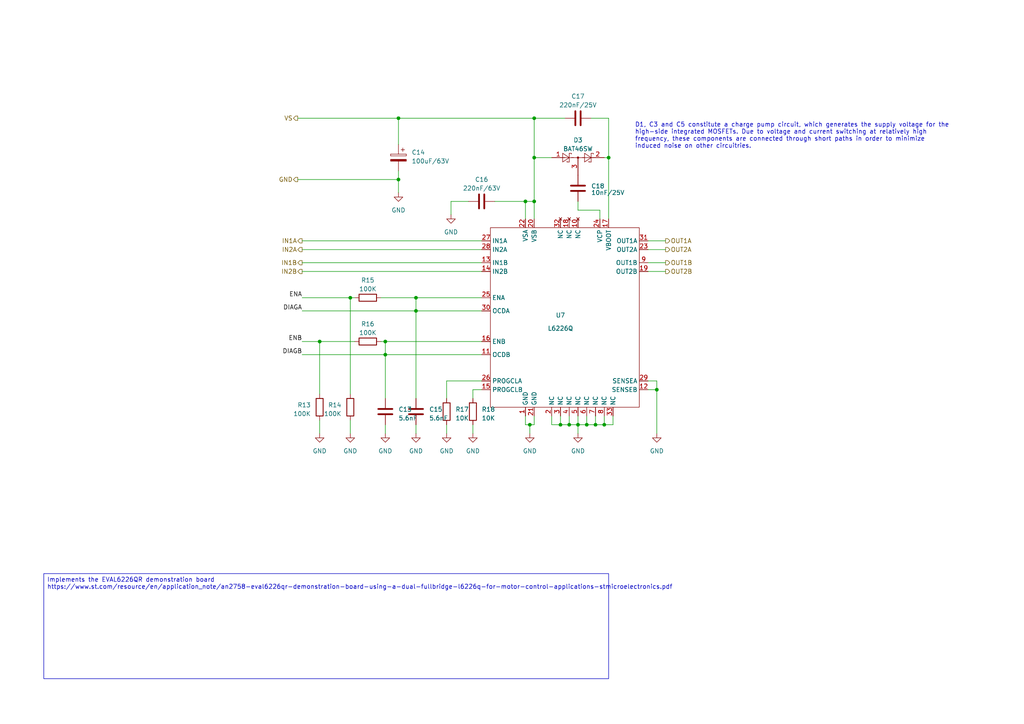
<source format=kicad_sch>
(kicad_sch (version 20231120) (generator "eeschema") (generator_version "8.0")
  (paper "A4")
  (lib_symbols
    (symbol "Device:C" (pin_numbers hide) (pin_names (offset 0.254))
      (property "Reference" "C" (at 0.635 2.54 0))
      (property "Value" "C" (at 0.635 -2.54 0))
      (symbol "C_0_1"
        (polyline (pts (xy -2.032 -0.762) (xy 2.032 -0.762)) (stroke (width 0.508)))
        (polyline (pts (xy -2.032 0.762) (xy 2.032 0.762)) (stroke (width 0.508)))
      )
      (symbol "C_1_1"
        (pin passive line (at 0 3.81 270) (length 2.794) (name "~") (number "1"))
        (pin passive line (at 0 -3.81 90) (length 2.794) (name "~") (number "2"))
      )
    )
    (symbol "Device:C_Polarized" (pin_numbers hide) (pin_names (offset 0.254))
      (property "Reference" "C" (at 0.635 2.54 0))
      (property "Value" "C_Polarized" (at 0.635 -2.54 0))
      (symbol "C_Polarized_0_1"
        (rectangle (start -2.286 0.508) (end 2.286 1.016))
        (polyline (pts (xy -1.778 2.286) (xy -0.762 2.286)))
        (polyline (pts (xy -1.27 2.794) (xy -1.27 1.778)))
        (rectangle (start 2.286 -0.508) (end -2.286 -1.016) (fill (type outline)))
      )
      (symbol "C_Polarized_1_1"
        (pin passive line (at 0 3.81 270) (length 2.794) (name "~") (number "1"))
        (pin passive line (at 0 -3.81 90) (length 2.794) (name "~") (number "2"))
      )
    )
    (symbol "Device:R" (pin_numbers hide) (pin_names (offset 0))
      (property "Reference" "R" (at 2.032 0 90))
      (property "Value" "R" (at 0 0 90))
      (symbol "R_0_1"
        (rectangle (start -1.016 -2.54) (end 1.016 2.54) (stroke (width 0.254)))
      )
      (symbol "R_1_1"
        (pin passive line (at 0 3.81 270) (length 1.27) (name "~") (number "1"))
        (pin passive line (at 0 -3.81 90) (length 1.27) (name "~") (number "2"))
      )
    )
    (symbol "Diode:BAS40-04" (pin_names (offset 1.016))
      (property "Reference" "D" (at 0.635 -1.27 0))
      (property "Value" "BAS40-04" (at -6.35 5.715 0))
      (symbol "BAS40-04_0_1"
        (polyline (pts (xy -3.81 2.54) (xy -1.27 2.54)))
        (polyline (pts (xy -3.175 1.27) (xy -3.175 1.524)))
        (polyline (pts (xy -2.54 1.27) (xy -3.175 1.27)))
        (polyline (pts (xy -2.54 1.27) (xy -2.54 3.81)))
        (polyline (pts (xy -2.54 3.81) (xy -1.905 3.81)))
        (polyline (pts (xy -1.905 2.54) (xy 1.905 2.54)))
        (polyline (pts (xy -1.905 3.81) (xy -1.905 3.556)))
        (polyline (pts (xy 1.27 2.54) (xy 3.81 2.54)))
        (polyline (pts (xy 3.175 1.27) (xy 3.175 1.524)))
        (polyline (pts (xy 3.81 1.27) (xy 3.175 1.27)))
        (polyline (pts (xy 3.81 1.27) (xy 3.81 3.81)))
        (polyline (pts (xy 3.81 3.81) (xy 4.445 3.81)))
        (polyline (pts (xy 4.445 3.81) (xy 4.445 3.556)))
        (polyline (pts (xy -4.445 3.81) (xy -4.445 1.27) (xy -2.54 2.54) (xy -4.445 3.81)))
        (polyline (pts (xy 1.905 3.81) (xy 1.905 1.27) (xy 3.81 2.54) (xy 1.905 3.81)))
        (circle (center 0 2.54) (radius 0.254) (fill (type outline)))
      )
      (symbol "BAS40-04_1_1"
        (pin passive line (at -7.62 2.54 0) (length 3.81) (name "~") (number "1"))
        (pin passive line (at 7.62 2.54 180) (length 3.81) (name "~") (number "2"))
        (pin passive line (at 0 -2.54 90) (length 5.08) (name "~") (number "3"))
      )
    )
    (symbol "L6226:L6226QTR"
      (property "Reference" "U" (at 0 1.27 0))
      (property "Value" "L6226Q" (at 0 -1.27 0))
      (symbol "L6226QTR_0_0"
        (pin power_in line (at -10.16 -27.94 90) (length 2.54) (name "GND") (number "1"))
        (pin no_connect line (at 5.08 29.21 270) (length 2.54) (name "NC") (number "10"))
        (pin output line (at -22.86 -10.16 0) (length 2.54) (name "OCDB") (number "11"))
        (pin input line (at 25.4 -20.32 180) (length 2.54) (name "SENSEB") (number "12"))
        (pin input line (at -22.86 16.51 0) (length 2.54) (name "IN1B") (number "13"))
        (pin input line (at -22.86 13.97 0) (length 2.54) (name "IN2B") (number "14"))
        (pin input line (at -22.86 -20.32 0) (length 2.54) (name "PROGCLB") (number "15"))
        (pin input line (at -22.86 -6.35 0) (length 2.54) (name "ENB") (number "16"))
        (pin power_out line (at 13.97 29.21 270) (length 2.54) (name "VBOOT") (number "17"))
        (pin no_connect line (at 2.54 29.21 270) (length 2.54) (name "NC") (number "18"))
        (pin power_out line (at 25.4 13.97 180) (length 2.54) (name "OUT2B") (number "19"))
        (pin passive line (at -2.54 -27.94 90) (length 2.54) (name "NC") (number "2"))
        (pin power_in line (at -7.62 29.21 270) (length 2.54) (name "VSB") (number "20"))
        (pin power_in line (at -7.62 -27.94 90) (length 2.54) (name "GND") (number "21"))
        (pin power_in line (at -10.16 29.21 270) (length 2.54) (name "VSA") (number "22"))
        (pin power_out line (at 25.4 20.32 180) (length 2.54) (name "OUT2A") (number "23"))
        (pin power_out line (at 11.43 29.21 270) (length 2.54) (name "VCP") (number "24"))
        (pin input line (at -22.86 6.35 0) (length 2.54) (name "ENA") (number "25"))
        (pin input line (at -22.86 -17.78 0) (length 2.54) (name "PROGCLA") (number "26"))
        (pin input line (at -22.86 22.86 0) (length 2.54) (name "IN1A") (number "27"))
        (pin input line (at -22.86 20.32 0) (length 2.54) (name "IN2A") (number "28"))
        (pin input line (at 25.4 -17.78 180) (length 2.54) (name "SENSEA") (number "29"))
        (pin passive line (at 0 -27.94 90) (length 2.54) (name "NC") (number "3"))
        (pin output line (at -22.86 2.54 0) (length 2.54) (name "OCDA") (number "30"))
        (pin power_out line (at 25.4 22.86 180) (length 2.54) (name "OUT1A") (number "31"))
        (pin no_connect line (at 0 29.21 270) (length 2.54) (name "NC") (number "32"))
        (pin passive line (at 15.24 -27.94 90) (length 2.54) (name "NC") (number "33"))
        (pin passive line (at 2.54 -27.94 90) (length 2.54) (name "NC") (number "4"))
        (pin passive line (at 5.08 -27.94 90) (length 2.54) (name "NC") (number "5"))
        (pin passive line (at 7.62 -27.94 90) (length 2.54) (name "NC") (number "6"))
        (pin passive line (at 10.16 -27.94 90) (length 2.54) (name "NC") (number "7"))
        (pin passive line (at 12.7 -27.94 90) (length 2.54) (name "NC") (number "8"))
        (pin power_out line (at 25.4 16.51 180) (length 2.54) (name "OUT1B") (number "9"))
      )
      (symbol "L6226QTR_0_1"
        (rectangle (start -20.32 26.67) (end 22.86 -25.4))
      )
    )
    (symbol "power:GND" (power) (pin_names (offset 0))
      (property "Value" "GND" (at 0 -3.81 0))
      (symbol "GND_0_1"
        (polyline (pts (xy 0 0) (xy 0 -1.27) (xy 1.27 -1.27) (xy 0 -2.54) (xy -1.27 -1.27) (xy 0 -1.27)))
      )
      (symbol "GND_1_1"
        (pin power_in line (at 0 0 270) (length 0) hide (name "GND") (number "1"))
      )
    )
  )
  (junction (at 154.94 58.42))
  (junction (at 154.94 45.72))
  (junction (at 170.18 123.19))
  (junction (at 165.1 123.19))
  (junction (at 153.67 123.19))
  (junction (at 120.65 86.36))
  (junction (at 115.57 34.29))
  (junction (at 154.94 34.29))
  (junction (at 162.56 123.19))
  (junction (at 175.26 123.19))
  (junction (at 152.4 58.42))
  (junction (at 111.76 102.87))
  (junction (at 167.64 123.19))
  (junction (at 111.76 99.06))
  (junction (at 92.71 99.06))
  (junction (at 176.53 45.72))
  (junction (at 115.57 52.07))
  (junction (at 172.72 123.19))
  (junction (at 190.5 113.03))
  (junction (at 120.65 90.17))
  (junction (at 101.6 86.36))
  (wire (pts (xy 160.02 45.72) (xy 154.94 45.72)))
  (wire (pts (xy 152.4 58.42) (xy 154.94 58.42)))
  (wire (pts (xy 115.57 52.07) (xy 115.57 55.88)))
  (wire (pts (xy 171.45 34.29) (xy 176.53 34.29)))
  (wire (pts (xy 120.65 90.17) (xy 120.65 115.57)))
  (wire (pts (xy 170.18 123.19) (xy 167.64 123.19)))
  (wire (pts (xy 173.99 60.96) (xy 173.99 63.5)))
  (wire (pts (xy 115.57 34.29) (xy 154.94 34.29)))
  (wire (pts (xy 165.1 123.19) (xy 167.64 123.19)))
  (wire (pts (xy 87.63 78.74) (xy 139.7 78.74)))
  (wire (pts (xy 111.76 99.06) (xy 139.7 99.06)))
  (wire (pts (xy 177.8 123.19) (xy 175.26 123.19)))
  (wire (pts (xy 111.76 99.06) (xy 111.76 102.87)))
  (wire (pts (xy 167.64 58.42) (xy 167.64 60.96)))
  (wire (pts (xy 154.94 58.42) (xy 154.94 63.5)))
  (wire (pts (xy 110.49 86.36) (xy 120.65 86.36)))
  (wire (pts (xy 129.54 110.49) (xy 129.54 115.57)))
  (wire (pts (xy 187.96 110.49) (xy 190.5 110.49)))
  (wire (pts (xy 176.53 45.72) (xy 175.26 45.72)))
  (wire (pts (xy 120.65 86.36) (xy 139.7 86.36)))
  (wire (pts (xy 176.53 34.29) (xy 176.53 45.72)))
  (wire (pts (xy 129.54 123.19) (xy 129.54 125.73)))
  (wire (pts (xy 130.81 62.23) (xy 130.81 58.42)))
  (wire (pts (xy 172.72 123.19) (xy 170.18 123.19)))
  (wire (pts (xy 120.65 123.19) (xy 120.65 125.73)))
  (wire (pts (xy 120.65 90.17) (xy 139.7 90.17)))
  (wire (pts (xy 111.76 99.06) (xy 110.49 99.06)))
  (wire (pts (xy 172.72 120.65) (xy 172.72 123.19)))
  (wire (pts (xy 175.26 123.19) (xy 172.72 123.19)))
  (wire (pts (xy 86.36 52.07) (xy 115.57 52.07)))
  (wire (pts (xy 87.63 72.39) (xy 139.7 72.39)))
  (wire (pts (xy 87.63 102.87) (xy 111.76 102.87)))
  (wire (pts (xy 167.64 60.96) (xy 173.99 60.96)))
  (wire (pts (xy 167.64 120.65) (xy 167.64 123.19)))
  (wire (pts (xy 137.16 115.57) (xy 137.16 113.03)))
  (wire (pts (xy 162.56 123.19) (xy 165.1 123.19)))
  (wire (pts (xy 111.76 123.19) (xy 111.76 125.73)))
  (wire (pts (xy 190.5 110.49) (xy 190.5 113.03)))
  (wire (pts (xy 137.16 113.03) (xy 139.7 113.03)))
  (wire (pts (xy 154.94 34.29) (xy 163.83 34.29)))
  (wire (pts (xy 92.71 99.06) (xy 102.87 99.06)))
  (wire (pts (xy 160.02 123.19) (xy 162.56 123.19)))
  (wire (pts (xy 87.63 69.85) (xy 139.7 69.85)))
  (wire (pts (xy 175.26 120.65) (xy 175.26 123.19)))
  (wire (pts (xy 139.7 110.49) (xy 129.54 110.49)))
  (wire (pts (xy 154.94 34.29) (xy 154.94 45.72)))
  (wire (pts (xy 87.63 99.06) (xy 92.71 99.06)))
  (wire (pts (xy 154.94 45.72) (xy 154.94 58.42)))
  (wire (pts (xy 86.36 34.29) (xy 115.57 34.29)))
  (wire (pts (xy 115.57 34.29) (xy 115.57 41.91)))
  (wire (pts (xy 137.16 123.19) (xy 137.16 125.73)))
  (wire (pts (xy 187.96 113.03) (xy 190.5 113.03)))
  (wire (pts (xy 165.1 120.65) (xy 165.1 123.19)))
  (wire (pts (xy 130.81 58.42) (xy 135.89 58.42)))
  (wire (pts (xy 187.96 69.85) (xy 193.04 69.85)))
  (wire (pts (xy 111.76 102.87) (xy 139.7 102.87)))
  (wire (pts (xy 101.6 86.36) (xy 101.6 114.3)))
  (wire (pts (xy 152.4 58.42) (xy 152.4 63.5)))
  (wire (pts (xy 115.57 49.53) (xy 115.57 52.07)))
  (wire (pts (xy 101.6 86.36) (xy 102.87 86.36)))
  (wire (pts (xy 176.53 45.72) (xy 176.53 63.5)))
  (wire (pts (xy 87.63 90.17) (xy 120.65 90.17)))
  (wire (pts (xy 154.94 120.65) (xy 154.94 123.19)))
  (wire (pts (xy 87.63 76.2) (xy 139.7 76.2)))
  (wire (pts (xy 153.67 123.19) (xy 153.67 125.73)))
  (wire (pts (xy 92.71 99.06) (xy 92.71 114.3)))
  (wire (pts (xy 167.64 123.19) (xy 167.64 125.73)))
  (wire (pts (xy 160.02 120.65) (xy 160.02 123.19)))
  (wire (pts (xy 152.4 120.65) (xy 152.4 123.19)))
  (wire (pts (xy 143.51 58.42) (xy 152.4 58.42)))
  (wire (pts (xy 190.5 113.03) (xy 190.5 125.73)))
  (wire (pts (xy 120.65 86.36) (xy 120.65 90.17)))
  (wire (pts (xy 111.76 102.87) (xy 111.76 115.57)))
  (wire (pts (xy 87.63 86.36) (xy 101.6 86.36)))
  (wire (pts (xy 101.6 121.92) (xy 101.6 125.73)))
  (wire (pts (xy 92.71 121.92) (xy 92.71 125.73)))
  (wire (pts (xy 154.94 123.19) (xy 153.67 123.19)))
  (wire (pts (xy 187.96 76.2) (xy 193.04 76.2)))
  (wire (pts (xy 187.96 78.74) (xy 193.04 78.74)))
  (wire (pts (xy 187.96 72.39) (xy 193.04 72.39)))
  (wire (pts (xy 162.56 120.65) (xy 162.56 123.19)))
  (wire (pts (xy 177.8 120.65) (xy 177.8 123.19)))
  (wire (pts (xy 152.4 123.19) (xy 153.67 123.19)))
  (wire (pts (xy 170.18 120.65) (xy 170.18 123.19)))
  (text_box "Implements the EVAL6226QR demonstration board\nhttps://www.st.com/resource/en/application_note/an2758-eval6226qr-demonstration-board-using-a-dual-fullbridge-l6226q-for-motor-control-applications-stmicroelectronics.pdf" (at 12.7 166.37 0) (size 163.83 30.48) (effects (font (size 1.27 1.27)) (justify left top)))
  (text "D1, C3 and C5 constitute a charge pump circuit, which generates the supply voltage for the\nhigh-side integrated MOSFETs. Due to voltage and current switching at relatively high\nfrequency, these components are connected through short paths in order to minimize\ninduced noise on other circuitries." (at 184.15 43.18 0) (effects (font (size 1.27 1.27)) (justify left bottom)))
  (label "DIAGA" (at 87.63 90.17 180))
  (label "DIAGB" (at 87.63 102.87 180))
  (label "ENA" (at 87.63 86.36 180))
  (label "ENB" (at 87.63 99.06 180))
  (hierarchical_label "IN2A" (shape output) (at 87.63 72.39 180))
  (hierarchical_label "OUT2A" (shape output) (at 193.04 72.39 0))
  (hierarchical_label "VS" (shape output) (at 86.36 34.29 180))
  (hierarchical_label "GND" (shape output) (at 86.36 52.07 180))
  (hierarchical_label "IN2B" (shape output) (at 87.63 78.74 180))
  (hierarchical_label "OUT2B" (shape output) (at 193.04 78.74 0))
  (hierarchical_label "IN1A" (shape output) (at 87.63 69.85 180))
  (hierarchical_label "OUT1A" (shape output) (at 193.04 69.85 0))
  (hierarchical_label "OUT1B" (shape output) (at 193.04 76.2 0))
  (hierarchical_label "IN1B" (shape output) (at 87.63 76.2 180))
  (symbol (lib_id "Device:C") (at 120.65 119.38 0) (unit 1)
    (property "Reference" "C15" (at 124.46 118.745 0) (effects (justify left)))
    (property "Value" "5.6nF" (at 124.46 121.285 0) (effects (justify left)))
    (property "Footprint" "Capacitor_SMD:C_0805_2012Metric" (effects (hide yes)))
    (instances (project "SmartishFairy" (path "" (reference "C15") (unit 1)) (path "" (reference "C9") (unit 1)) (path "" (reference "C1") (unit 1))))
  )
  (symbol (lib_id "Device:C_Polarized") (at 115.57 45.72 0) (mirror y) (unit 1)
    (property "Reference" "C14" (at 119.38 44.196 0) (effects (justify right)))
    (property "Value" "100uF/63V" (at 119.38 46.736 0) (effects (justify right)))
    (property "Footprint" "Capacitor_SMD:CP_Elec_5x4.4" (effects (hide yes)))
    (instances (project "SmartishFairy" (path "" (reference "C14") (unit 1)) (path "" (reference "C8") (unit 1)) (path "" (reference "C4") (unit 1))))
  )
  (symbol (lib_id "power:GND") (at 167.64 125.73 0) (unit 1)
    (property "Reference" "#PWR035" (effects (hide yes)))
    (property "Value" "GND" (at 167.64 130.81 0))
    (instances (project "SmartishFairy" (path "" (reference "#PWR035") (unit 1)) (path "" (reference "#PWR023") (unit 1)) (path "" (reference "#PWR04") (unit 1))))
  )
  (symbol (lib_id "Device:R") (at 101.6 118.11 0) (mirror y) (unit 1)
    (property "Reference" "R14" (at 99.06 117.475 0) (effects (justify left)))
    (property "Value" "100K" (at 99.06 120.015 0) (effects (justify left)))
    (property "Footprint" "Resistor_SMD:R_0805_2012Metric" (effects (hide yes)))
    (instances (project "SmartishFairy" (path "" (reference "R14") (unit 1)) (path "" (reference "R8") (unit 1)) (path "" (reference "R4") (unit 1))))
  )
  (symbol (lib_id "L6226:L6226QTR") (at 162.56 92.71 0) (unit 1)
    (property "Reference" "U7" (at 162.56 91.44 0))
    (property "Value" "L6226Q" (at 162.56 95.25 0))
    (property "Footprint" "Package_DFN_QFN:QFN-32-1EP_5x5mm_P0.5mm_EP3.1x3.1mm" (effects (hide yes)))
    (property "Datasheet" "https://www.st.com/resource/en/datasheet/l6226q.pdf" (effects (hide yes)))
    (instances (project "SmartishFairy" (path "" (reference "U7") (unit 1)) (path "" (reference "U6") (unit 1)) (path "" (reference "U5") (unit 1))))
  )
  (symbol (lib_id "power:GND") (at 190.5 125.73 0) (unit 1)
    (property "Reference" "#PWR036" (effects (hide yes)))
    (property "Value" "GND" (at 190.5 130.81 0))
    (instances (project "SmartishFairy" (path "" (reference "#PWR036") (unit 1)) (path "" (reference "#PWR024") (unit 1)) (path "" (reference "#PWR016") (unit 1))))
  )
  (symbol (lib_id "power:GND") (at 101.6 125.73 0) (unit 1)
    (property "Reference" "#PWR026" (effects (hide yes)))
    (property "Value" "GND" (at 101.6 130.81 0))
    (instances (project "SmartishFairy" (path "" (reference "#PWR026") (unit 1)) (path "" (reference "#PWR013") (unit 1)) (path "" (reference "#PWR08") (unit 1))))
  )
  (symbol (lib_id "Device:C") (at 167.64 54.61 0) (unit 1)
    (property "Reference" "C18" (at 171.45 53.975 0) (effects (justify left)))
    (property "Value" "10nF/25V" (at 171.45 55.88 0) (effects (justify left)))
    (property "Footprint" "Capacitor_SMD:C_0805_2012Metric" (effects (hide yes)))
    (instances (project "SmartishFairy" (path "" (reference "C18") (unit 1)) (path "" (reference "C12") (unit 1)) (path "" (reference "C3") (unit 1))))
  )
  (symbol (lib_id "power:GND") (at 92.71 125.73 0) (unit 1)
    (property "Reference" "#PWR025" (effects (hide yes)))
    (property "Value" "GND" (at 92.71 130.81 0))
    (instances (project "SmartishFairy" (path "" (reference "#PWR025") (unit 1)) (path "" (reference "#PWR012") (unit 1)) (path "" (reference "#PWR09") (unit 1))))
  )
  (symbol (lib_id "power:GND") (at 153.67 125.73 0) (unit 1)
    (property "Reference" "#PWR034" (effects (hide yes)))
    (property "Value" "GND" (at 153.67 130.81 0))
    (instances (project "SmartishFairy" (path "" (reference "#PWR034") (unit 1)) (path "" (reference "#PWR022") (unit 1)) (path "" (reference "#PWR07") (unit 1))))
  )
  (symbol (lib_id "Device:R") (at 106.68 99.06 270) (unit 1)
    (property "Reference" "R16" (at 106.68 93.98 90))
    (property "Value" "100K" (at 106.68 96.52 90))
    (property "Footprint" "Resistor_SMD:R_0805_2012Metric" (effects (hide yes)))
    (instances (project "SmartishFairy" (path "" (reference "R16") (unit 1)) (path "" (reference "R10") (unit 1)) (path "" (reference "R6") (unit 1))))
  )
  (symbol (lib_id "power:GND") (at 130.81 62.23 0) (unit 1)
    (property "Reference" "#PWR032" (effects (hide yes)))
    (property "Value" "GND" (at 130.81 67.31 0))
    (instances (project "SmartishFairy" (path "" (reference "#PWR032") (unit 1)) (path "" (reference "#PWR020") (unit 1)) (path "" (reference "#PWR011") (unit 1))))
  )
  (symbol (lib_id "power:GND") (at 137.16 125.73 0) (unit 1)
    (property "Reference" "#PWR033" (effects (hide yes)))
    (property "Value" "GND" (at 137.16 130.81 0))
    (instances (project "SmartishFairy" (path "" (reference "#PWR033") (unit 1)) (path "" (reference "#PWR021") (unit 1)) (path "" (reference "#PWR02") (unit 1))))
  )
  (symbol (lib_id "Diode:BAS40-04") (at 167.64 48.26 0) (unit 1)
    (property "Reference" "D3" (at 167.64 40.64 0))
    (property "Value" "BAT46SW" (at 167.64 43.18 0))
    (property "Footprint" "Package_TO_SOT_SMD:SOT-23" (effects (hide yes)))
    (property "Datasheet" "http://www.vishay.com/docs/85701/bas40v.pdf" (effects (hide yes)))
    (instances (project "SmartishFairy" (path "" (reference "D3") (unit 1)) (path "" (reference "D2") (unit 1)) (path "" (reference "D1") (unit 1))))
  )
  (symbol (lib_id "power:GND") (at 129.54 125.73 0) (unit 1)
    (property "Reference" "#PWR031" (effects (hide yes)))
    (property "Value" "GND" (at 129.54 130.81 0))
    (instances (project "SmartishFairy" (path "" (reference "#PWR031") (unit 1)) (path "" (reference "#PWR019") (unit 1)) (path "" (reference "#PWR03") (unit 1))))
  )
  (symbol (lib_id "Device:R") (at 137.16 119.38 180) (unit 1)
    (property "Reference" "R18" (at 139.7 118.745 0) (effects (justify right)))
    (property "Value" "10K" (at 139.7 121.285 0) (effects (justify right)))
    (property "Footprint" "Resistor_SMD:R_0805_2012Metric" (effects (hide yes)))
    (instances (project "SmartishFairy" (path "" (reference "R18") (unit 1)) (path "" (reference "R12") (unit 1)) (path "" (reference "R2") (unit 1))))
  )
  (symbol (lib_id "power:GND") (at 115.57 55.88 0) (mirror y) (unit 1)
    (property "Reference" "#PWR029" (effects (hide yes)))
    (property "Value" "GND" (at 115.57 60.96 0))
    (instances (project "SmartishFairy" (path "" (reference "#PWR029") (unit 1)) (path "" (reference "#PWR017") (unit 1)) (path "" (reference "#PWR010") (unit 1))))
  )
  (symbol (lib_id "Device:C") (at 139.7 58.42 90) (unit 1)
    (property "Reference" "C16" (at 139.7 52.07 90))
    (property "Value" "220nF/63V" (at 139.7 54.61 90))
    (property "Footprint" "Capacitor_SMD:C_0805_2012Metric" (effects (hide yes)))
    (instances (project "SmartishFairy" (path "" (reference "C16") (unit 1)) (path "" (reference "C10") (unit 1)) (path "" (reference "C6") (unit 1))))
  )
  (symbol (lib_id "power:GND") (at 120.65 125.73 0) (unit 1)
    (property "Reference" "#PWR030" (effects (hide yes)))
    (property "Value" "GND" (at 120.65 130.81 0))
    (instances (project "SmartishFairy" (path "" (reference "#PWR030") (unit 1)) (path "" (reference "#PWR018") (unit 1)) (path "" (reference "#PWR05") (unit 1))))
  )
  (symbol (lib_id "Device:R") (at 92.71 118.11 0) (mirror y) (unit 1)
    (property "Reference" "R13" (at 90.17 117.475 0) (effects (justify left)))
    (property "Value" "100K" (at 90.17 120.015 0) (effects (justify left)))
    (property "Footprint" "Resistor_SMD:R_0805_2012Metric" (effects (hide yes)))
    (instances (project "SmartishFairy" (path "" (reference "R13") (unit 1)) (path "" (reference "R7") (unit 1)) (path "" (reference "R5") (unit 1))))
  )
  (symbol (lib_id "Device:R") (at 106.68 86.36 270) (unit 1)
    (property "Reference" "R15" (at 106.68 81.28 90))
    (property "Value" "100K" (at 106.68 83.82 90))
    (property "Footprint" "Resistor_SMD:R_0805_2012Metric" (effects (hide yes)))
    (instances (project "SmartishFairy" (path "" (reference "R15") (unit 1)) (path "" (reference "R9") (unit 1)) (path "" (reference "R1") (unit 1))))
  )
  (symbol (lib_id "Device:R") (at 129.54 119.38 180) (unit 1)
    (property "Reference" "R17" (at 132.08 118.745 0) (effects (justify right)))
    (property "Value" "10K" (at 132.08 121.285 0) (effects (justify right)))
    (property "Footprint" "Resistor_SMD:R_0805_2012Metric" (effects (hide yes)))
    (instances (project "SmartishFairy" (path "" (reference "R17") (unit 1)) (path "" (reference "R11") (unit 1)) (path "" (reference "R3") (unit 1))))
  )
  (symbol (lib_id "power:GND") (at 111.76 125.73 0) (unit 1)
    (property "Reference" "#PWR028" (effects (hide yes)))
    (property "Value" "GND" (at 111.76 130.81 0))
    (instances (project "SmartishFairy" (path "" (reference "#PWR028") (unit 1)) (path "" (reference "#PWR015") (unit 1)) (path "" (reference "#PWR06") (unit 1))))
  )
  (symbol (lib_id "Device:C") (at 167.64 34.29 90) (unit 1)
    (property "Reference" "C17" (at 167.64 27.94 90))
    (property "Value" "220nF/25V" (at 167.64 30.48 90))
    (property "Footprint" "Capacitor_SMD:C_0805_2012Metric" (effects (hide yes)))
    (instances (project "SmartishFairy" (path "" (reference "C17") (unit 1)) (path "" (reference "C11") (unit 1)) (path "" (reference "C5") (unit 1))))
  )
  (symbol (lib_id "Device:C") (at 111.76 119.38 0) (unit 1)
    (property "Reference" "C13" (at 115.57 118.745 0) (effects (justify left)))
    (property "Value" "5.6nF" (at 115.57 121.285 0) (effects (justify left)))
    (property "Footprint" "Capacitor_SMD:C_0805_2012Metric" (effects (hide yes)))
    (instances (project "SmartishFairy" (path "" (reference "C13") (unit 1)) (path "" (reference "C7") (unit 1)) (path "" (reference "C2") (unit 1))))
  )
)
</source>
